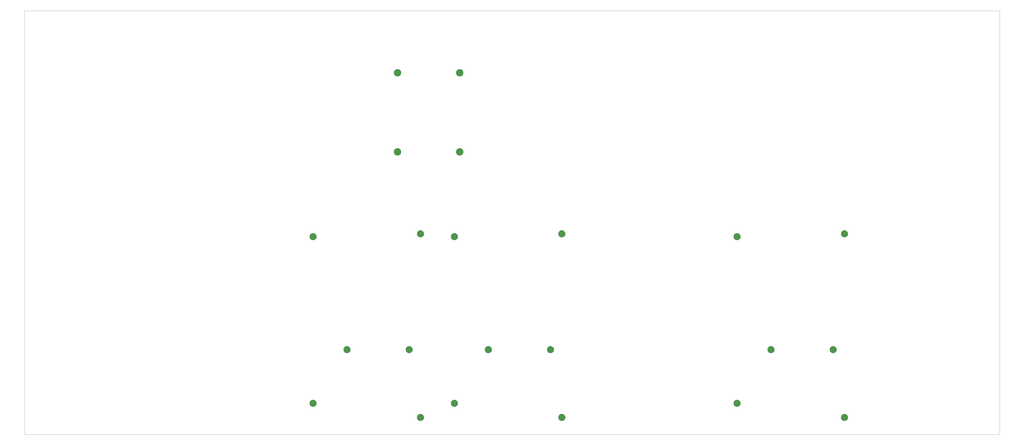
<source format=gbr>
%TF.GenerationSoftware,Altium Limited,Altium Designer,21.6.4 (81)*%
G04 Layer_Color=0*
%FSLAX26Y26*%
%MOIN*%
%TF.SameCoordinates,892991E7-994B-4F78-B437-02A20B6E2807*%
%TF.FilePolarity,Positive*%
%TF.FileFunction,Profile,NP*%
%TF.Part,Single*%
G01*
G75*
%TA.AperFunction,Profile*%
%ADD164C,0.001000*%
G36*
X7635000Y5000000D02*
Y4993598D01*
X7637498Y4981040D01*
X7642398Y4969211D01*
X7649511Y4958565D01*
X7658565Y4949511D01*
X7669211Y4942398D01*
X7681040Y4937498D01*
X7693598Y4935000D01*
X7700000D01*
X7706402D01*
X7718960Y4937498D01*
X7730789Y4942398D01*
X7741435Y4949511D01*
X7750489Y4958565D01*
X7757602Y4969211D01*
X7762502Y4981040D01*
X7765000Y4993598D01*
Y5000000D01*
Y5006402D01*
X7762502Y5018960D01*
X7757602Y5030789D01*
X7750489Y5041435D01*
X7741435Y5050489D01*
X7730789Y5057602D01*
X7718960Y5062502D01*
X7706402Y5065000D01*
X7700000D01*
X7693598D01*
X7681040Y5062502D01*
X7669211Y5057602D01*
X7658565Y5050489D01*
X7649511Y5041435D01*
X7642398Y5030789D01*
X7637498Y5018960D01*
X7635000Y5006402D01*
Y5000000D01*
D01*
D02*
G37*
G36*
Y6400000D02*
Y6393598D01*
X7637498Y6381040D01*
X7642398Y6369211D01*
X7649511Y6358565D01*
X7658565Y6349511D01*
X7669211Y6342398D01*
X7681040Y6337498D01*
X7693598Y6335000D01*
X7700000D01*
X7706402D01*
X7718960Y6337498D01*
X7730789Y6342398D01*
X7741435Y6349511D01*
X7750489Y6358565D01*
X7757602Y6369211D01*
X7762502Y6381040D01*
X7765000Y6393598D01*
Y6400000D01*
Y6406402D01*
X7762502Y6418960D01*
X7757602Y6430789D01*
X7750489Y6441435D01*
X7741435Y6450489D01*
X7730789Y6457602D01*
X7718960Y6462502D01*
X7706402Y6465000D01*
X7700000D01*
X7693598D01*
X7681040Y6462502D01*
X7669211Y6457602D01*
X7658565Y6450489D01*
X7649511Y6441435D01*
X7642398Y6430789D01*
X7637498Y6418960D01*
X7635000Y6406402D01*
Y6400000D01*
D01*
D02*
G37*
G36*
X6535000Y5000000D02*
Y4993598D01*
X6537498Y4981040D01*
X6542398Y4969211D01*
X6549511Y4958565D01*
X6558565Y4949511D01*
X6569211Y4942398D01*
X6581040Y4937498D01*
X6593598Y4935000D01*
X6600000D01*
X6606402D01*
X6618960Y4937498D01*
X6630789Y4942398D01*
X6641435Y4949511D01*
X6650489Y4958565D01*
X6657602Y4969211D01*
X6662502Y4981040D01*
X6665000Y4993598D01*
Y5000000D01*
Y5006402D01*
X6662502Y5018960D01*
X6657602Y5030789D01*
X6650489Y5041435D01*
X6641435Y5050489D01*
X6630789Y5057602D01*
X6618960Y5062502D01*
X6606402Y5065000D01*
X6600000D01*
X6593598D01*
X6581040Y5062502D01*
X6569211Y5057602D01*
X6558565Y5050489D01*
X6549511Y5041435D01*
X6542398Y5030789D01*
X6537498Y5018960D01*
X6535000Y5006402D01*
Y5000000D01*
D01*
D02*
G37*
G36*
Y6400000D02*
Y6393598D01*
X6537498Y6381040D01*
X6542398Y6369211D01*
X6549511Y6358565D01*
X6558565Y6349511D01*
X6569211Y6342398D01*
X6581040Y6337498D01*
X6593598Y6335000D01*
X6600000D01*
X6606402D01*
X6618960Y6337498D01*
X6630789Y6342398D01*
X6641435Y6349511D01*
X6650489Y6358565D01*
X6657602Y6369211D01*
X6662502Y6381040D01*
X6665000Y6393598D01*
Y6400000D01*
Y6406402D01*
X6662502Y6418960D01*
X6657602Y6430789D01*
X6650489Y6441435D01*
X6641435Y6450489D01*
X6630789Y6457602D01*
X6618960Y6462502D01*
X6606402Y6465000D01*
X6600000D01*
X6593598D01*
X6581040Y6462502D01*
X6569211Y6457602D01*
X6558565Y6450489D01*
X6549511Y6441435D01*
X6542398Y6430789D01*
X6537498Y6418960D01*
X6535000Y6406402D01*
Y6400000D01*
D01*
D02*
G37*
G36*
X5169289Y3500000D02*
Y3493796D01*
X5166869Y3481626D01*
X5162120Y3470163D01*
X5155227Y3459846D01*
X5146453Y3451073D01*
X5136136Y3444179D01*
X5124673Y3439431D01*
X5112503Y3437010D01*
X5106299D01*
X5100095D01*
X5087926Y3439431D01*
X5076462Y3444179D01*
X5066145Y3451073D01*
X5057372Y3459846D01*
X5050478Y3470163D01*
X5045730Y3481626D01*
X5043309Y3493796D01*
Y3500000D01*
Y3506204D01*
X5045730Y3518374D01*
X5050478Y3529837D01*
X5057372Y3540154D01*
X5066145Y3548928D01*
X5076462Y3555821D01*
X5087926Y3560569D01*
X5100095Y3562990D01*
X5106299D01*
X5112503D01*
X5124673Y3560569D01*
X5136136Y3555821D01*
X5146453Y3548928D01*
X5155227Y3540154D01*
X5162120Y3529837D01*
X5166869Y3518374D01*
X5169289Y3506204D01*
Y3500000D01*
D01*
D02*
G37*
G36*
X5769289Y1500000D02*
Y1493796D01*
X5766869Y1481627D01*
X5762120Y1470163D01*
X5755227Y1459846D01*
X5746453Y1451072D01*
X5736136Y1444179D01*
X5724673Y1439431D01*
X5712503Y1437010D01*
X5706299D01*
X5700095D01*
X5687926Y1439431D01*
X5676462Y1444179D01*
X5666145Y1451072D01*
X5657372Y1459846D01*
X5650478Y1470163D01*
X5645730Y1481627D01*
X5643309Y1493796D01*
Y1500000D01*
Y1506204D01*
X5645730Y1518374D01*
X5650478Y1529837D01*
X5657372Y1540154D01*
X5666145Y1548928D01*
X5676462Y1555821D01*
X5687926Y1560569D01*
X5700095Y1562990D01*
X5706299D01*
X5712503D01*
X5724673Y1560569D01*
X5736136Y1555821D01*
X5746453Y1548928D01*
X5755227Y1540154D01*
X5762120Y1529837D01*
X5766869Y1518374D01*
X5769289Y1506204D01*
Y1500000D01*
D01*
D02*
G37*
G36*
X5169289Y550000D02*
Y543796D01*
X5166869Y531626D01*
X5162120Y520163D01*
X5155227Y509846D01*
X5146453Y501072D01*
X5136136Y494179D01*
X5124673Y489431D01*
X5112503Y487010D01*
X5106299D01*
X5100095D01*
X5087926Y489431D01*
X5076462Y494179D01*
X5066145Y501072D01*
X5057372Y509846D01*
X5050478Y520163D01*
X5045730Y531626D01*
X5043309Y543796D01*
Y550000D01*
Y556204D01*
X5045730Y568374D01*
X5050478Y579837D01*
X5057372Y590154D01*
X5066145Y598928D01*
X5076462Y605821D01*
X5087926Y610569D01*
X5100095Y612990D01*
X5106299D01*
X5112503D01*
X5124673Y610569D01*
X5136136Y605821D01*
X5146453Y598928D01*
X5155227Y590154D01*
X5162120Y579837D01*
X5166869Y568374D01*
X5169289Y556204D01*
Y550000D01*
D01*
D02*
G37*
G36*
X7069289Y3550000D02*
Y3543796D01*
X7066869Y3531626D01*
X7062120Y3520163D01*
X7055227Y3509846D01*
X7046453Y3501073D01*
X7036136Y3494179D01*
X7024673Y3489431D01*
X7012503Y3487010D01*
X7006299D01*
X7000095D01*
X6987926Y3489431D01*
X6976462Y3494179D01*
X6966145Y3501073D01*
X6957372Y3509846D01*
X6950478Y3520163D01*
X6945730Y3531626D01*
X6943309Y3543796D01*
Y3550000D01*
Y3556204D01*
X6945730Y3568374D01*
X6950478Y3579837D01*
X6957372Y3590154D01*
X6966145Y3598928D01*
X6976462Y3605821D01*
X6987926Y3610569D01*
X7000095Y3612990D01*
X7006299D01*
X7012503D01*
X7024673Y3610569D01*
X7036136Y3605821D01*
X7046453Y3598928D01*
X7055227Y3590154D01*
X7062120Y3579837D01*
X7066869Y3568374D01*
X7069289Y3556204D01*
Y3550000D01*
D01*
D02*
G37*
G36*
X6869289Y1500000D02*
Y1493796D01*
X6866869Y1481627D01*
X6862120Y1470163D01*
X6855227Y1459846D01*
X6846453Y1451072D01*
X6836136Y1444179D01*
X6824673Y1439431D01*
X6812503Y1437010D01*
X6806299D01*
X6800095D01*
X6787926Y1439431D01*
X6776462Y1444179D01*
X6766145Y1451072D01*
X6757372Y1459846D01*
X6750478Y1470163D01*
X6745730Y1481627D01*
X6743309Y1493796D01*
Y1500000D01*
Y1506204D01*
X6745730Y1518374D01*
X6750478Y1529837D01*
X6757372Y1540154D01*
X6766145Y1548928D01*
X6776462Y1555821D01*
X6787926Y1560569D01*
X6800095Y1562990D01*
X6806299D01*
X6812503D01*
X6824673Y1560569D01*
X6836136Y1555821D01*
X6846453Y1548928D01*
X6855227Y1540154D01*
X6862120Y1529837D01*
X6866869Y1518374D01*
X6869289Y1506204D01*
Y1500000D01*
D01*
D02*
G37*
G36*
X7069289Y300000D02*
Y293796D01*
X7066869Y281627D01*
X7062120Y270163D01*
X7055227Y259846D01*
X7046453Y251072D01*
X7036136Y244179D01*
X7024673Y239431D01*
X7012503Y237010D01*
X7006299D01*
X7000095D01*
X6987926Y239431D01*
X6976462Y244179D01*
X6966145Y251072D01*
X6957372Y259846D01*
X6950478Y270163D01*
X6945730Y281627D01*
X6943309Y293796D01*
Y300000D01*
Y306204D01*
X6945730Y318374D01*
X6950478Y329837D01*
X6957372Y340154D01*
X6966145Y348928D01*
X6976462Y355821D01*
X6987926Y360569D01*
X7000095Y362990D01*
X7006299D01*
X7012503D01*
X7024673Y360569D01*
X7036136Y355821D01*
X7046453Y348928D01*
X7055227Y340154D01*
X7062120Y329837D01*
X7066869Y318374D01*
X7069289Y306204D01*
Y300000D01*
D01*
D02*
G37*
G36*
X7669289Y3500000D02*
Y3493796D01*
X7666869Y3481626D01*
X7662120Y3470163D01*
X7655227Y3459846D01*
X7646453Y3451073D01*
X7636136Y3444179D01*
X7624673Y3439431D01*
X7612503Y3437010D01*
X7606299D01*
X7600095D01*
X7587926Y3439431D01*
X7576462Y3444179D01*
X7566145Y3451073D01*
X7557372Y3459846D01*
X7550478Y3470163D01*
X7545730Y3481626D01*
X7543309Y3493796D01*
Y3500000D01*
Y3506204D01*
X7545730Y3518374D01*
X7550478Y3529837D01*
X7557372Y3540154D01*
X7566145Y3548928D01*
X7576462Y3555821D01*
X7587926Y3560569D01*
X7600095Y3562990D01*
X7606299D01*
X7612503D01*
X7624673Y3560569D01*
X7636136Y3555821D01*
X7646453Y3548928D01*
X7655227Y3540154D01*
X7662120Y3529837D01*
X7666869Y3518374D01*
X7669289Y3506204D01*
Y3500000D01*
D01*
D02*
G37*
G36*
X8269289Y1500000D02*
Y1493796D01*
X8266869Y1481627D01*
X8262120Y1470163D01*
X8255227Y1459846D01*
X8246453Y1451072D01*
X8236136Y1444179D01*
X8224673Y1439431D01*
X8212503Y1437010D01*
X8206299D01*
X8200095D01*
X8187926Y1439431D01*
X8176462Y1444179D01*
X8166145Y1451072D01*
X8157372Y1459846D01*
X8150478Y1470163D01*
X8145730Y1481627D01*
X8143309Y1493796D01*
Y1500000D01*
Y1506204D01*
X8145730Y1518374D01*
X8150478Y1529837D01*
X8157372Y1540154D01*
X8166145Y1548928D01*
X8176462Y1555821D01*
X8187926Y1560569D01*
X8200095Y1562990D01*
X8206299D01*
X8212503D01*
X8224673Y1560569D01*
X8236136Y1555821D01*
X8246453Y1548928D01*
X8255227Y1540154D01*
X8262120Y1529837D01*
X8266869Y1518374D01*
X8269289Y1506204D01*
Y1500000D01*
D01*
D02*
G37*
G36*
X7669289Y550000D02*
Y543796D01*
X7666869Y531626D01*
X7662120Y520163D01*
X7655227Y509846D01*
X7646453Y501072D01*
X7636136Y494179D01*
X7624673Y489431D01*
X7612503Y487010D01*
X7606299D01*
X7600095D01*
X7587926Y489431D01*
X7576462Y494179D01*
X7566145Y501072D01*
X7557372Y509846D01*
X7550478Y520163D01*
X7545730Y531626D01*
X7543309Y543796D01*
Y550000D01*
Y556204D01*
X7545730Y568374D01*
X7550478Y579837D01*
X7557372Y590154D01*
X7566145Y598928D01*
X7576462Y605821D01*
X7587926Y610569D01*
X7600095Y612990D01*
X7606299D01*
X7612503D01*
X7624673Y610569D01*
X7636136Y605821D01*
X7646453Y598928D01*
X7655227Y590154D01*
X7662120Y579837D01*
X7666869Y568374D01*
X7669289Y556204D01*
Y550000D01*
D01*
D02*
G37*
G36*
X9569289Y3550000D02*
Y3543796D01*
X9566869Y3531626D01*
X9562120Y3520163D01*
X9555227Y3509846D01*
X9546453Y3501073D01*
X9536136Y3494179D01*
X9524673Y3489431D01*
X9512503Y3487010D01*
X9506299D01*
X9500095D01*
X9487926Y3489431D01*
X9476462Y3494179D01*
X9466146Y3501073D01*
X9457372Y3509846D01*
X9450478Y3520163D01*
X9445730Y3531626D01*
X9443309Y3543796D01*
Y3550000D01*
Y3556204D01*
X9445730Y3568374D01*
X9450478Y3579837D01*
X9457372Y3590154D01*
X9466146Y3598928D01*
X9476462Y3605821D01*
X9487926Y3610569D01*
X9500095Y3612990D01*
X9506299D01*
X9512503D01*
X9524673Y3610569D01*
X9536136Y3605821D01*
X9546453Y3598928D01*
X9555227Y3590154D01*
X9562120Y3579837D01*
X9566869Y3568374D01*
X9569289Y3556204D01*
Y3550000D01*
D01*
D02*
G37*
G36*
X9369289Y1500000D02*
Y1493796D01*
X9366869Y1481627D01*
X9362120Y1470163D01*
X9355227Y1459846D01*
X9346453Y1451072D01*
X9336136Y1444179D01*
X9324673Y1439431D01*
X9312503Y1437010D01*
X9306299D01*
X9300095D01*
X9287926Y1439431D01*
X9276462Y1444179D01*
X9266146Y1451072D01*
X9257372Y1459846D01*
X9250478Y1470163D01*
X9245730Y1481627D01*
X9243309Y1493796D01*
Y1500000D01*
Y1506204D01*
X9245730Y1518374D01*
X9250478Y1529837D01*
X9257372Y1540154D01*
X9266146Y1548928D01*
X9276462Y1555821D01*
X9287926Y1560569D01*
X9300095Y1562990D01*
X9306299D01*
X9312503D01*
X9324673Y1560569D01*
X9336136Y1555821D01*
X9346453Y1548928D01*
X9355227Y1540154D01*
X9362120Y1529837D01*
X9366869Y1518374D01*
X9369289Y1506204D01*
Y1500000D01*
D01*
D02*
G37*
G36*
X9569289Y300000D02*
Y293796D01*
X9566869Y281627D01*
X9562120Y270163D01*
X9555227Y259846D01*
X9546453Y251072D01*
X9536136Y244179D01*
X9524673Y239431D01*
X9512503Y237010D01*
X9506299D01*
X9500095D01*
X9487926Y239431D01*
X9476462Y244179D01*
X9466146Y251072D01*
X9457372Y259846D01*
X9450478Y270163D01*
X9445730Y281627D01*
X9443309Y293796D01*
Y300000D01*
Y306204D01*
X9445730Y318374D01*
X9450478Y329837D01*
X9457372Y340154D01*
X9466146Y348928D01*
X9476462Y355821D01*
X9487926Y360569D01*
X9500095Y362990D01*
X9506299D01*
X9512503D01*
X9524673Y360569D01*
X9536136Y355821D01*
X9546453Y348928D01*
X9555227Y340154D01*
X9562120Y329837D01*
X9566869Y318374D01*
X9569289Y306204D01*
Y300000D01*
D01*
D02*
G37*
G36*
X12669289Y3500000D02*
Y3493796D01*
X12666869Y3481626D01*
X12662120Y3470163D01*
X12655227Y3459846D01*
X12646453Y3451073D01*
X12636136Y3444179D01*
X12624673Y3439431D01*
X12612503Y3437010D01*
X12606299D01*
X12600095D01*
X12587926Y3439431D01*
X12576462Y3444179D01*
X12566146Y3451073D01*
X12557372Y3459846D01*
X12550478Y3470163D01*
X12545730Y3481626D01*
X12543309Y3493796D01*
Y3500000D01*
Y3506204D01*
X12545730Y3518374D01*
X12550478Y3529837D01*
X12557372Y3540154D01*
X12566146Y3548928D01*
X12576462Y3555821D01*
X12587926Y3560569D01*
X12600095Y3562990D01*
X12606299D01*
X12612503D01*
X12624673Y3560569D01*
X12636136Y3555821D01*
X12646453Y3548928D01*
X12655227Y3540154D01*
X12662120Y3529837D01*
X12666869Y3518374D01*
X12669289Y3506204D01*
Y3500000D01*
D01*
D02*
G37*
G36*
X13269289Y1500000D02*
Y1493796D01*
X13266869Y1481627D01*
X13262120Y1470163D01*
X13255227Y1459846D01*
X13246453Y1451072D01*
X13236136Y1444179D01*
X13224673Y1439431D01*
X13212503Y1437010D01*
X13206299D01*
X13200095D01*
X13187926Y1439431D01*
X13176462Y1444179D01*
X13166146Y1451072D01*
X13157372Y1459846D01*
X13150478Y1470163D01*
X13145730Y1481627D01*
X13143309Y1493796D01*
Y1500000D01*
Y1506204D01*
X13145730Y1518374D01*
X13150478Y1529837D01*
X13157372Y1540154D01*
X13166146Y1548928D01*
X13176462Y1555821D01*
X13187926Y1560569D01*
X13200095Y1562990D01*
X13206299D01*
X13212503D01*
X13224673Y1560569D01*
X13236136Y1555821D01*
X13246453Y1548928D01*
X13255227Y1540154D01*
X13262120Y1529837D01*
X13266869Y1518374D01*
X13269289Y1506204D01*
Y1500000D01*
D01*
D02*
G37*
G36*
X12669289Y550000D02*
Y543796D01*
X12666869Y531626D01*
X12662120Y520163D01*
X12655227Y509846D01*
X12646453Y501072D01*
X12636136Y494179D01*
X12624673Y489431D01*
X12612503Y487010D01*
X12606299D01*
X12600095D01*
X12587926Y489431D01*
X12576462Y494179D01*
X12566146Y501072D01*
X12557372Y509846D01*
X12550478Y520163D01*
X12545730Y531626D01*
X12543309Y543796D01*
Y550000D01*
Y556204D01*
X12545730Y568374D01*
X12550478Y579837D01*
X12557372Y590154D01*
X12566146Y598928D01*
X12576462Y605821D01*
X12587926Y610569D01*
X12600095Y612990D01*
X12606299D01*
X12612503D01*
X12624673Y610569D01*
X12636136Y605821D01*
X12646453Y598928D01*
X12655227Y590154D01*
X12662120Y579837D01*
X12666869Y568374D01*
X12669289Y556204D01*
Y550000D01*
D01*
D02*
G37*
G36*
X14569289Y3550000D02*
Y3543796D01*
X14566869Y3531626D01*
X14562120Y3520163D01*
X14555227Y3509846D01*
X14546453Y3501073D01*
X14536136Y3494179D01*
X14524673Y3489431D01*
X14512503Y3487010D01*
X14506299D01*
X14500095D01*
X14487926Y3489431D01*
X14476462Y3494179D01*
X14466146Y3501073D01*
X14457372Y3509846D01*
X14450478Y3520163D01*
X14445730Y3531626D01*
X14443309Y3543796D01*
Y3550000D01*
Y3556204D01*
X14445730Y3568374D01*
X14450478Y3579837D01*
X14457372Y3590154D01*
X14466146Y3598928D01*
X14476462Y3605821D01*
X14487926Y3610569D01*
X14500095Y3612990D01*
X14506299D01*
X14512503D01*
X14524673Y3610569D01*
X14536136Y3605821D01*
X14546453Y3598928D01*
X14555227Y3590154D01*
X14562120Y3579837D01*
X14566869Y3568374D01*
X14569289Y3556204D01*
Y3550000D01*
D01*
D02*
G37*
G36*
X14369289Y1500000D02*
Y1493796D01*
X14366869Y1481627D01*
X14362120Y1470163D01*
X14355227Y1459846D01*
X14346453Y1451072D01*
X14336136Y1444179D01*
X14324673Y1439431D01*
X14312503Y1437010D01*
X14306299D01*
X14300095D01*
X14287926Y1439431D01*
X14276462Y1444179D01*
X14266146Y1451072D01*
X14257372Y1459846D01*
X14250478Y1470163D01*
X14245730Y1481627D01*
X14243309Y1493796D01*
Y1500000D01*
Y1506204D01*
X14245730Y1518374D01*
X14250478Y1529837D01*
X14257372Y1540154D01*
X14266146Y1548928D01*
X14276462Y1555821D01*
X14287926Y1560569D01*
X14300095Y1562990D01*
X14306299D01*
X14312503D01*
X14324673Y1560569D01*
X14336136Y1555821D01*
X14346453Y1548928D01*
X14355227Y1540154D01*
X14362120Y1529837D01*
X14366869Y1518374D01*
X14369289Y1506204D01*
Y1500000D01*
D01*
D02*
G37*
G36*
X14569289Y300000D02*
Y293796D01*
X14566869Y281627D01*
X14562120Y270163D01*
X14555227Y259846D01*
X14546453Y251072D01*
X14536136Y244179D01*
X14524673Y239431D01*
X14512503Y237010D01*
X14506299D01*
X14500095D01*
X14487926Y239431D01*
X14476462Y244179D01*
X14466146Y251072D01*
X14457372Y259846D01*
X14450478Y270163D01*
X14445730Y281627D01*
X14443309Y293796D01*
Y300000D01*
Y306204D01*
X14445730Y318374D01*
X14450478Y329837D01*
X14457372Y340154D01*
X14466146Y348928D01*
X14476462Y355821D01*
X14487926Y360569D01*
X14500095Y362990D01*
X14506299D01*
X14512503D01*
X14524673Y360569D01*
X14536136Y355821D01*
X14546453Y348928D01*
X14555227Y340154D01*
X14562120Y329837D01*
X14566869Y318374D01*
X14569289Y306204D01*
Y300000D01*
D01*
D02*
G37*
D164*
X0Y0D02*
Y7500000D01*
X17250000Y7499999D01*
X17250000Y-0D01*
X0Y0D01*
%TF.MD5,7c6239791487af0e9a4b6d589b2550c9*%
M02*

</source>
